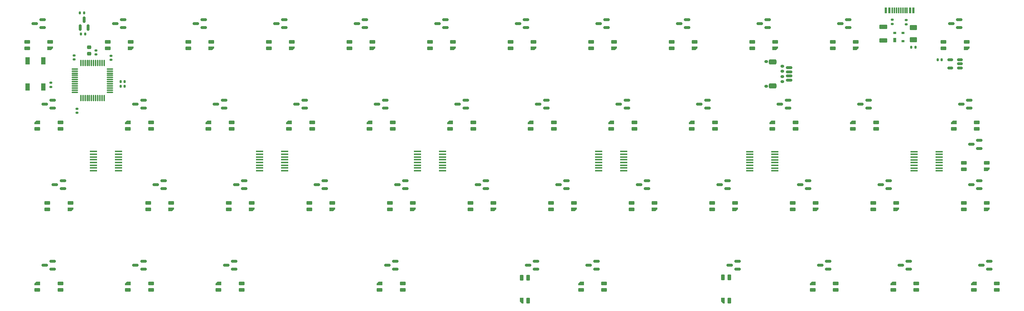
<source format=gbr>
%TF.GenerationSoftware,KiCad,Pcbnew,(7.0.0)*%
%TF.CreationDate,2023-10-27T13:48:32+02:00*%
%TF.ProjectId,vootington VAN,766f6f74-696e-4677-946f-6e2056414e2e,rev?*%
%TF.SameCoordinates,Original*%
%TF.FileFunction,Paste,Bot*%
%TF.FilePolarity,Positive*%
%FSLAX46Y46*%
G04 Gerber Fmt 4.6, Leading zero omitted, Abs format (unit mm)*
G04 Created by KiCad (PCBNEW (7.0.0)) date 2023-10-27 13:48:32*
%MOMM*%
%LPD*%
G01*
G04 APERTURE LIST*
G04 Aperture macros list*
%AMRoundRect*
0 Rectangle with rounded corners*
0 $1 Rounding radius*
0 $2 $3 $4 $5 $6 $7 $8 $9 X,Y pos of 4 corners*
0 Add a 4 corners polygon primitive as box body*
4,1,4,$2,$3,$4,$5,$6,$7,$8,$9,$2,$3,0*
0 Add four circle primitives for the rounded corners*
1,1,$1+$1,$2,$3*
1,1,$1+$1,$4,$5*
1,1,$1+$1,$6,$7*
1,1,$1+$1,$8,$9*
0 Add four rect primitives between the rounded corners*
20,1,$1+$1,$2,$3,$4,$5,0*
20,1,$1+$1,$4,$5,$6,$7,0*
20,1,$1+$1,$6,$7,$8,$9,0*
20,1,$1+$1,$8,$9,$2,$3,0*%
%AMFreePoly0*
4,1,18,-0.410000,0.593000,-0.403758,0.624380,-0.385983,0.650983,-0.359380,0.668758,-0.328000,0.675000,0.328000,0.675000,0.359380,0.668758,0.385983,0.650983,0.403758,0.624380,0.410000,0.593000,0.410000,-0.593000,0.403758,-0.624380,0.385983,-0.650983,0.359380,-0.668758,0.328000,-0.675000,0.000000,-0.675000,-0.410000,-0.265000,-0.410000,0.593000,-0.410000,0.593000,$1*%
G04 Aperture macros list end*
%ADD10RoundRect,0.082000X-0.328000X-0.593000X0.328000X-0.593000X0.328000X0.593000X-0.328000X0.593000X0*%
%ADD11FreePoly0,0.000000*%
%ADD12RoundRect,0.150000X0.512500X0.150000X-0.512500X0.150000X-0.512500X-0.150000X0.512500X-0.150000X0*%
%ADD13RoundRect,0.150000X0.587500X0.150000X-0.587500X0.150000X-0.587500X-0.150000X0.587500X-0.150000X0*%
%ADD14R,1.778000X0.419100*%
%ADD15RoundRect,0.082000X-0.593000X0.328000X-0.593000X-0.328000X0.593000X-0.328000X0.593000X0.328000X0*%
%ADD16FreePoly0,270.000000*%
%ADD17RoundRect,0.082000X0.593000X-0.328000X0.593000X0.328000X-0.593000X0.328000X-0.593000X-0.328000X0*%
%ADD18FreePoly0,90.000000*%
%ADD19R,1.100000X1.800000*%
%ADD20RoundRect,0.075000X0.662500X0.075000X-0.662500X0.075000X-0.662500X-0.075000X0.662500X-0.075000X0*%
%ADD21RoundRect,0.075000X0.075000X0.662500X-0.075000X0.662500X-0.075000X-0.662500X0.075000X-0.662500X0*%
%ADD22RoundRect,0.140000X0.140000X0.170000X-0.140000X0.170000X-0.140000X-0.170000X0.140000X-0.170000X0*%
%ADD23RoundRect,0.135000X0.185000X-0.135000X0.185000X0.135000X-0.185000X0.135000X-0.185000X-0.135000X0*%
%ADD24RoundRect,0.140000X-0.140000X-0.170000X0.140000X-0.170000X0.140000X0.170000X-0.140000X0.170000X0*%
%ADD25R,0.700000X1.000000*%
%ADD26R,0.700000X0.600000*%
%ADD27RoundRect,0.150000X0.625000X-0.150000X0.625000X0.150000X-0.625000X0.150000X-0.625000X-0.150000X0*%
%ADD28RoundRect,0.250000X0.650000X-0.350000X0.650000X0.350000X-0.650000X0.350000X-0.650000X-0.350000X0*%
%ADD29RoundRect,0.140000X-0.170000X0.140000X-0.170000X-0.140000X0.170000X-0.140000X0.170000X0.140000X0*%
%ADD30RoundRect,0.150000X0.275000X-0.150000X0.275000X0.150000X-0.275000X0.150000X-0.275000X-0.150000X0*%
%ADD31RoundRect,0.175000X0.225000X-0.175000X0.225000X0.175000X-0.225000X0.175000X-0.225000X-0.175000X0*%
%ADD32R,0.600000X1.450000*%
%ADD33R,0.300000X1.450000*%
%ADD34RoundRect,0.140000X0.170000X-0.140000X0.170000X0.140000X-0.170000X0.140000X-0.170000X-0.140000X0*%
%ADD35RoundRect,0.250000X0.700000X-0.275000X0.700000X0.275000X-0.700000X0.275000X-0.700000X-0.275000X0*%
%ADD36RoundRect,0.225000X0.250000X-0.225000X0.250000X0.225000X-0.250000X0.225000X-0.250000X-0.225000X0*%
%ADD37RoundRect,0.150000X0.150000X-0.587500X0.150000X0.587500X-0.150000X0.587500X-0.150000X-0.587500X0*%
%ADD38RoundRect,0.250000X-0.625000X0.375000X-0.625000X-0.375000X0.625000X-0.375000X0.625000X0.375000X0*%
G04 APERTURE END LIST*
D10*
%TO.C,D38*%
X152212750Y-101395000D03*
X150712750Y-101395000D03*
X152212750Y-106845000D03*
D11*
X150712749Y-106844999D03*
%TD*%
D12*
%TO.C,U46*%
X254343750Y-49850000D03*
X254343750Y-50800000D03*
X254343750Y-51750000D03*
X252068750Y-51750000D03*
X252068750Y-49850000D03*
%TD*%
D13*
%TO.C,U45*%
X258906250Y-68900000D03*
X258906250Y-70800000D03*
X257031250Y-69850000D03*
%TD*%
D14*
%TO.C,U53*%
X210569635Y-71563904D03*
X210569635Y-72214144D03*
X210569635Y-72864384D03*
X210569635Y-73514624D03*
X210569635Y-74159784D03*
X210569635Y-74810024D03*
X210569635Y-75460264D03*
X210569635Y-76110504D03*
X204620955Y-76110504D03*
X204620955Y-75460264D03*
X204620955Y-74810024D03*
X204620955Y-74159784D03*
X204620955Y-73514624D03*
X204620955Y-72864384D03*
X204620955Y-72214144D03*
X204620955Y-71563904D03*
%TD*%
D15*
%TO.C,D42*%
X41618750Y-104279000D03*
X41618750Y-102779000D03*
X36168750Y-104279000D03*
D16*
X36168749Y-102778999D03*
%TD*%
D13*
%TO.C,U43*%
X201756250Y-97475000D03*
X201756250Y-99375000D03*
X199881250Y-98425000D03*
%TD*%
D17*
%TO.C,D6*%
X109987500Y-45629000D03*
X109987500Y-47129000D03*
X115437500Y-45629000D03*
D18*
X115437499Y-47128999D03*
%TD*%
D13*
%TO.C,U39*%
X39831250Y-97475000D03*
X39831250Y-99375000D03*
X37956250Y-98425000D03*
%TD*%
D17*
%TO.C,D32*%
X38550000Y-83729000D03*
X38550000Y-85229000D03*
X44000000Y-83729000D03*
D18*
X43999999Y-85228999D03*
%TD*%
D13*
%TO.C,U9*%
X151750000Y-40325000D03*
X151750000Y-42225000D03*
X149875000Y-41275000D03*
%TD*%
D17*
%TO.C,D29*%
X214762500Y-83729000D03*
X214762500Y-85229000D03*
X220212500Y-83729000D03*
D18*
X220212499Y-85228999D03*
%TD*%
D15*
%TO.C,D45*%
X263075000Y-104279000D03*
X263075000Y-102779000D03*
X257625000Y-104279000D03*
D16*
X257624999Y-102778999D03*
%TD*%
D13*
%TO.C,U35*%
X85075000Y-78425000D03*
X85075000Y-80325000D03*
X83200000Y-79375000D03*
%TD*%
%TO.C,U48*%
X120793750Y-97475000D03*
X120793750Y-99375000D03*
X118918750Y-98425000D03*
%TD*%
D19*
%TO.C,SW1*%
X33868749Y-50081249D03*
X33868749Y-56281249D03*
X37568749Y-50081249D03*
X37568749Y-56281249D03*
%TD*%
D20*
%TO.C,U59*%
X53375000Y-52018750D03*
X53375000Y-52518750D03*
X53375000Y-53018750D03*
X53375000Y-53518750D03*
X53375000Y-54018750D03*
X53375000Y-54518750D03*
X53375000Y-55018750D03*
X53375000Y-55518750D03*
X53375000Y-56018750D03*
X53375000Y-56518750D03*
X53375000Y-57018750D03*
X53375000Y-57518750D03*
D21*
X51962500Y-58931250D03*
X51462500Y-58931250D03*
X50962500Y-58931250D03*
X50462500Y-58931250D03*
X49962500Y-58931250D03*
X49462500Y-58931250D03*
X48962500Y-58931250D03*
X48462500Y-58931250D03*
X47962500Y-58931250D03*
X47462500Y-58931250D03*
X46962500Y-58931250D03*
X46462500Y-58931250D03*
D20*
X45050000Y-57518750D03*
X45050000Y-57018750D03*
X45050000Y-56518750D03*
X45050000Y-56018750D03*
X45050000Y-55518750D03*
X45050000Y-55018750D03*
X45050000Y-54518750D03*
X45050000Y-54018750D03*
X45050000Y-53518750D03*
X45050000Y-53018750D03*
X45050000Y-52518750D03*
X45050000Y-52018750D03*
D21*
X46462500Y-50606250D03*
X46962500Y-50606250D03*
X47462500Y-50606250D03*
X47962500Y-50606250D03*
X48462500Y-50606250D03*
X48962500Y-50606250D03*
X49462500Y-50606250D03*
X49962500Y-50606250D03*
X50462500Y-50606250D03*
X50962500Y-50606250D03*
X51462500Y-50606250D03*
X51962500Y-50606250D03*
%TD*%
D17*
%TO.C,D10*%
X186187500Y-45629000D03*
X186187500Y-47129000D03*
X191637500Y-45629000D03*
D18*
X191637499Y-47128999D03*
%TD*%
D22*
%TO.C,C6*%
X243812000Y-46831250D03*
X242852000Y-46831250D03*
%TD*%
D15*
%TO.C,D40*%
X84481250Y-104279000D03*
X84481250Y-102779000D03*
X79031250Y-104279000D03*
D16*
X79031249Y-102778999D03*
%TD*%
D23*
%TO.C,R3*%
X238316089Y-41388126D03*
X238316089Y-40368126D03*
%TD*%
D24*
%TO.C,C29*%
X55866106Y-54997317D03*
X56826106Y-54997317D03*
%TD*%
D15*
%TO.C,D18*%
X63050000Y-66179000D03*
X63050000Y-64679000D03*
X57600000Y-66179000D03*
D16*
X57599999Y-64678999D03*
%TD*%
D15*
%TO.C,D16*%
X101150000Y-66179000D03*
X101150000Y-64679000D03*
X95700000Y-66179000D03*
D16*
X95699999Y-64678999D03*
%TD*%
D13*
%TO.C,U37*%
X199375000Y-78425000D03*
X199375000Y-80325000D03*
X197500000Y-79375000D03*
%TD*%
%TO.C,U18*%
X137462500Y-59375000D03*
X137462500Y-61275000D03*
X135587500Y-60325000D03*
%TD*%
D25*
%TO.C,U58*%
X238903588Y-45199999D03*
D26*
X238903588Y-43499999D03*
X240903588Y-43499999D03*
X240903588Y-45399999D03*
%TD*%
D13*
%TO.C,U11*%
X227950000Y-40325000D03*
X227950000Y-42225000D03*
X226075000Y-41275000D03*
%TD*%
%TO.C,U22*%
X256525000Y-59375000D03*
X256525000Y-61275000D03*
X254650000Y-60325000D03*
%TD*%
%TO.C,U19*%
X156512500Y-59375000D03*
X156512500Y-61275000D03*
X154637500Y-60325000D03*
%TD*%
D24*
%TO.C,C4*%
X46250752Y-38734964D03*
X47210752Y-38734964D03*
%TD*%
%TO.C,C3*%
X249090287Y-49860425D03*
X250050287Y-49860425D03*
%TD*%
D17*
%TO.C,D4*%
X71887500Y-45629000D03*
X71887500Y-47129000D03*
X77337500Y-45629000D03*
D18*
X77337499Y-47128999D03*
%TD*%
D15*
%TO.C,D15*%
X120200000Y-66179000D03*
X120200000Y-64679000D03*
X114750000Y-66179000D03*
D16*
X114749999Y-64678999D03*
%TD*%
D15*
%TO.C,D22*%
X215450000Y-66179000D03*
X215450000Y-64679000D03*
X210000000Y-66179000D03*
D16*
X209999999Y-64678999D03*
%TD*%
D17*
%TO.C,D31*%
X255243750Y-74204000D03*
X255243750Y-75704000D03*
X260693750Y-74204000D03*
D18*
X260693749Y-75703999D03*
%TD*%
D13*
%TO.C,U30*%
X142225000Y-78425000D03*
X142225000Y-80325000D03*
X140350000Y-79375000D03*
%TD*%
D17*
%TO.C,D2*%
X33787500Y-45629000D03*
X33787500Y-47129000D03*
X39237500Y-45629000D03*
D18*
X39237499Y-47128999D03*
%TD*%
D27*
%TO.C,J1*%
X213931250Y-54681250D03*
X213931250Y-53681250D03*
X213931250Y-52681250D03*
X213931250Y-51681250D03*
D28*
X210056250Y-55981250D03*
X210056250Y-50381250D03*
%TD*%
D13*
%TO.C,U8*%
X132700000Y-40325000D03*
X132700000Y-42225000D03*
X130825000Y-41275000D03*
%TD*%
D24*
%TO.C,C11*%
X55859704Y-56073622D03*
X56819704Y-56073622D03*
%TD*%
D13*
%TO.C,U41*%
X154131250Y-97475000D03*
X154131250Y-99375000D03*
X152256250Y-98425000D03*
%TD*%
D23*
%TO.C,R4*%
X241631622Y-41417466D03*
X241631622Y-40397466D03*
%TD*%
D15*
%TO.C,D19*%
X41618750Y-66179000D03*
X41618750Y-64679000D03*
X36168750Y-66179000D03*
D16*
X36168749Y-64678999D03*
%TD*%
D17*
%TO.C,D28*%
X195712500Y-83729000D03*
X195712500Y-85229000D03*
X201162500Y-83729000D03*
D18*
X201162499Y-85228999D03*
%TD*%
D13*
%TO.C,U29*%
X123175000Y-78425000D03*
X123175000Y-80325000D03*
X121300000Y-79375000D03*
%TD*%
D17*
%TO.C,D12*%
X224287500Y-45629000D03*
X224287500Y-47129000D03*
X229737500Y-45629000D03*
D18*
X229737499Y-47128999D03*
%TD*%
D13*
%TO.C,U47*%
X82693750Y-97475000D03*
X82693750Y-99375000D03*
X80818750Y-98425000D03*
%TD*%
D29*
%TO.C,C1*%
X45574303Y-61406884D03*
X45574303Y-62366884D03*
%TD*%
D10*
%TO.C,D48*%
X199825749Y-101338000D03*
X198325749Y-101338000D03*
X199825749Y-106788000D03*
D11*
X198325748Y-106787999D03*
%TD*%
D13*
%TO.C,U32*%
X180325000Y-78425000D03*
X180325000Y-80325000D03*
X178450000Y-79375000D03*
%TD*%
%TO.C,U28*%
X66025000Y-78425000D03*
X66025000Y-80325000D03*
X64150000Y-79375000D03*
%TD*%
D14*
%TO.C,U57*%
X55361839Y-71545449D03*
X55361839Y-72195689D03*
X55361839Y-72845929D03*
X55361839Y-73496169D03*
X55361839Y-74141329D03*
X55361839Y-74791569D03*
X55361839Y-75441809D03*
X55361839Y-76092049D03*
X49413159Y-76092049D03*
X49413159Y-75441809D03*
X49413159Y-74791569D03*
X49413159Y-74141329D03*
X49413159Y-73496169D03*
X49413159Y-72845929D03*
X49413159Y-72195689D03*
X49413159Y-71545449D03*
%TD*%
D13*
%TO.C,U4*%
X37450000Y-40325000D03*
X37450000Y-42225000D03*
X35575000Y-41275000D03*
%TD*%
%TO.C,U33*%
X237475000Y-78425000D03*
X237475000Y-80325000D03*
X235600000Y-79375000D03*
%TD*%
%TO.C,U50*%
X261287500Y-97475000D03*
X261287500Y-99375000D03*
X259412500Y-98425000D03*
%TD*%
%TO.C,U40*%
X61262500Y-97475000D03*
X61262500Y-99375000D03*
X59387500Y-98425000D03*
%TD*%
%TO.C,U7*%
X113650000Y-40325000D03*
X113650000Y-42225000D03*
X111775000Y-41275000D03*
%TD*%
D30*
%TO.C,J3*%
X212325197Y-54981250D03*
X212325197Y-53781250D03*
X212325197Y-52581250D03*
X212325197Y-51381250D03*
D31*
X208550197Y-56131250D03*
X208550197Y-50231250D03*
%TD*%
D13*
%TO.C,U36*%
X104125000Y-78425000D03*
X104125000Y-80325000D03*
X102250000Y-79375000D03*
%TD*%
%TO.C,U5*%
X56500000Y-40325000D03*
X56500000Y-42225000D03*
X54625000Y-41275000D03*
%TD*%
D32*
%TO.C,J2*%
X236843499Y-38176249D03*
X237643499Y-38176249D03*
D33*
X238843499Y-38176249D03*
X239843499Y-38176249D03*
X240343499Y-38176249D03*
X241343499Y-38176249D03*
D32*
X242543499Y-38176249D03*
X243343499Y-38176249D03*
X243343499Y-38176249D03*
X242543499Y-38176249D03*
D33*
X241843499Y-38176249D03*
X240843499Y-38176249D03*
X239343499Y-38176249D03*
X238343499Y-38176249D03*
D32*
X237643499Y-38176249D03*
X236843499Y-38176249D03*
%TD*%
D13*
%TO.C,U10*%
X170800000Y-40325000D03*
X170800000Y-42225000D03*
X168925000Y-41275000D03*
%TD*%
%TO.C,U44*%
X223187500Y-97475000D03*
X223187500Y-99375000D03*
X221312500Y-98425000D03*
%TD*%
D15*
%TO.C,D47*%
X224975000Y-104279000D03*
X224975000Y-102779000D03*
X219525000Y-104279000D03*
D16*
X219524999Y-102778999D03*
%TD*%
D14*
%TO.C,U54*%
X174850885Y-71543434D03*
X174850885Y-72193674D03*
X174850885Y-72843914D03*
X174850885Y-73494154D03*
X174850885Y-74139314D03*
X174850885Y-74789554D03*
X174850885Y-75439794D03*
X174850885Y-76090034D03*
X168902205Y-76090034D03*
X168902205Y-75439794D03*
X168902205Y-74789554D03*
X168902205Y-74139314D03*
X168902205Y-73494154D03*
X168902205Y-72843914D03*
X168902205Y-72193674D03*
X168902205Y-71543434D03*
%TD*%
D17*
%TO.C,D13*%
X250481250Y-45629000D03*
X250481250Y-47129000D03*
X255931250Y-45629000D03*
D18*
X255931249Y-47128999D03*
%TD*%
D15*
%TO.C,D17*%
X82100000Y-66179000D03*
X82100000Y-64679000D03*
X76650000Y-66179000D03*
D16*
X76649999Y-64678999D03*
%TD*%
D13*
%TO.C,U16*%
X61262500Y-59375000D03*
X61262500Y-61275000D03*
X59387500Y-60325000D03*
%TD*%
%TO.C,U23*%
X80312500Y-59375000D03*
X80312500Y-61275000D03*
X78437500Y-60325000D03*
%TD*%
D34*
%TO.C,C2*%
X44848806Y-49792201D03*
X44848806Y-48832201D03*
%TD*%
D15*
%TO.C,D21*%
X234500000Y-66179000D03*
X234500000Y-64679000D03*
X229050000Y-66179000D03*
D16*
X229049999Y-64678999D03*
%TD*%
D13*
%TO.C,U17*%
X118412500Y-59375000D03*
X118412500Y-61275000D03*
X116537500Y-60325000D03*
%TD*%
D34*
%TO.C,C10*%
X50006250Y-48582962D03*
X50006250Y-47622962D03*
%TD*%
D13*
%TO.C,U20*%
X175562500Y-59375000D03*
X175562500Y-61275000D03*
X173687500Y-60325000D03*
%TD*%
D22*
%TO.C,C5*%
X47456127Y-43770976D03*
X46496127Y-43770976D03*
%TD*%
D17*
%TO.C,D11*%
X205237500Y-45629000D03*
X205237500Y-47129000D03*
X210687500Y-45629000D03*
D18*
X210687499Y-47128999D03*
%TD*%
D23*
%TO.C,R5*%
X39379783Y-56280538D03*
X39379783Y-55260538D03*
%TD*%
D17*
%TO.C,D7*%
X129037500Y-45629000D03*
X129037500Y-47129000D03*
X134487500Y-45629000D03*
D18*
X134487499Y-47128999D03*
%TD*%
D15*
%TO.C,D25*%
X158300000Y-66179000D03*
X158300000Y-64679000D03*
X152850000Y-66179000D03*
D16*
X152849999Y-64678999D03*
%TD*%
D17*
%TO.C,D35*%
X100462500Y-83729000D03*
X100462500Y-85229000D03*
X105912500Y-83729000D03*
D18*
X105912499Y-85228999D03*
%TD*%
D17*
%TO.C,D30*%
X233812500Y-83729000D03*
X233812500Y-85229000D03*
X239262500Y-83729000D03*
D18*
X239262499Y-85228999D03*
%TD*%
D17*
%TO.C,D5*%
X90937500Y-45629000D03*
X90937500Y-47129000D03*
X96387500Y-45629000D03*
D18*
X96387499Y-47128999D03*
%TD*%
D14*
%TO.C,U51*%
X249463385Y-71563904D03*
X249463385Y-72214144D03*
X249463385Y-72864384D03*
X249463385Y-73514624D03*
X249463385Y-74159784D03*
X249463385Y-74810024D03*
X249463385Y-75460264D03*
X249463385Y-76110504D03*
X243514705Y-76110504D03*
X243514705Y-75460264D03*
X243514705Y-74810024D03*
X243514705Y-74159784D03*
X243514705Y-73514624D03*
X243514705Y-72864384D03*
X243514705Y-72214144D03*
X243514705Y-71563904D03*
%TD*%
D35*
%TO.C,L1*%
X236188250Y-45237500D03*
X236188250Y-42087500D03*
%TD*%
D15*
%TO.C,D46*%
X244025000Y-104279000D03*
X244025000Y-102779000D03*
X238575000Y-104279000D03*
D16*
X238574999Y-102778999D03*
%TD*%
D17*
%TO.C,D34*%
X81412500Y-83729000D03*
X81412500Y-85229000D03*
X86862500Y-83729000D03*
D18*
X86862499Y-85228999D03*
%TD*%
D17*
%TO.C,D44*%
X255243750Y-83729000D03*
X255243750Y-85229000D03*
X260693750Y-83729000D03*
D18*
X260693749Y-85228999D03*
%TD*%
D17*
%TO.C,D26*%
X157612500Y-83729000D03*
X157612500Y-85229000D03*
X163062500Y-83729000D03*
D18*
X163062499Y-85228999D03*
%TD*%
D34*
%TO.C,C12*%
X53577271Y-49854806D03*
X53577271Y-48894806D03*
%TD*%
D17*
%TO.C,D37*%
X138562500Y-83729000D03*
X138562500Y-85229000D03*
X144012500Y-83729000D03*
D18*
X144012499Y-85228999D03*
%TD*%
D13*
%TO.C,U15*%
X39831250Y-59375000D03*
X39831250Y-61275000D03*
X37956250Y-60325000D03*
%TD*%
%TO.C,U6*%
X94600000Y-40325000D03*
X94600000Y-42225000D03*
X92725000Y-41275000D03*
%TD*%
%TO.C,U13*%
X189850000Y-40325000D03*
X189850000Y-42225000D03*
X187975000Y-41275000D03*
%TD*%
%TO.C,U49*%
X242237500Y-97475000D03*
X242237500Y-99375000D03*
X240362500Y-98425000D03*
%TD*%
D17*
%TO.C,D9*%
X167137500Y-45629000D03*
X167137500Y-47129000D03*
X172587500Y-45629000D03*
D18*
X172587499Y-47128999D03*
%TD*%
D13*
%TO.C,U21*%
X232712500Y-59375000D03*
X232712500Y-61275000D03*
X230837500Y-60325000D03*
%TD*%
%TO.C,U24*%
X99362500Y-59375000D03*
X99362500Y-61275000D03*
X97487500Y-60325000D03*
%TD*%
%TO.C,U42*%
X168418750Y-97475000D03*
X168418750Y-99375000D03*
X166543750Y-98425000D03*
%TD*%
D15*
%TO.C,D14*%
X139250000Y-66179000D03*
X139250000Y-64679000D03*
X133800000Y-66179000D03*
D16*
X133799999Y-64678999D03*
%TD*%
D13*
%TO.C,U38*%
X218425000Y-78425000D03*
X218425000Y-80325000D03*
X216550000Y-79375000D03*
%TD*%
%TO.C,U12*%
X254143750Y-40325000D03*
X254143750Y-42225000D03*
X252268750Y-41275000D03*
%TD*%
D17*
%TO.C,D8*%
X148087500Y-45629000D03*
X148087500Y-47129000D03*
X153537500Y-45629000D03*
D18*
X153537499Y-47128999D03*
%TD*%
D13*
%TO.C,U26*%
X213662500Y-59375000D03*
X213662500Y-61275000D03*
X211787500Y-60325000D03*
%TD*%
D15*
%TO.C,D20*%
X258312500Y-66179000D03*
X258312500Y-64679000D03*
X252862500Y-66179000D03*
D16*
X252862499Y-64678999D03*
%TD*%
D15*
%TO.C,D24*%
X177350000Y-66179000D03*
X177350000Y-64679000D03*
X171900000Y-66179000D03*
D16*
X171899999Y-64678999D03*
%TD*%
D36*
%TO.C,C13*%
X48418750Y-48400000D03*
X48418750Y-46850000D03*
%TD*%
D17*
%TO.C,D36*%
X119512500Y-83729000D03*
X119512500Y-85229000D03*
X124962500Y-83729000D03*
D18*
X124962499Y-85228999D03*
%TD*%
D13*
%TO.C,U25*%
X194612500Y-59375000D03*
X194612500Y-61275000D03*
X192737500Y-60325000D03*
%TD*%
%TO.C,U31*%
X161275000Y-78425000D03*
X161275000Y-80325000D03*
X159400000Y-79375000D03*
%TD*%
%TO.C,U27*%
X42212500Y-78425000D03*
X42212500Y-80325000D03*
X40337500Y-79375000D03*
%TD*%
D14*
%TO.C,U56*%
X94682135Y-71545449D03*
X94682135Y-72195689D03*
X94682135Y-72845929D03*
X94682135Y-73496169D03*
X94682135Y-74141329D03*
X94682135Y-74791569D03*
X94682135Y-75441809D03*
X94682135Y-76092049D03*
X88733455Y-76092049D03*
X88733455Y-75441809D03*
X88733455Y-74791569D03*
X88733455Y-74141329D03*
X88733455Y-73496169D03*
X88733455Y-72845929D03*
X88733455Y-72195689D03*
X88733455Y-71545449D03*
%TD*%
D13*
%TO.C,U34*%
X258906250Y-78425000D03*
X258906250Y-80325000D03*
X257031250Y-79375000D03*
%TD*%
D14*
%TO.C,U55*%
X131988385Y-71543434D03*
X131988385Y-72193674D03*
X131988385Y-72843914D03*
X131988385Y-73494154D03*
X131988385Y-74139314D03*
X131988385Y-74789554D03*
X131988385Y-75439794D03*
X131988385Y-76090034D03*
X126039705Y-76090034D03*
X126039705Y-75439794D03*
X126039705Y-74789554D03*
X126039705Y-74139314D03*
X126039705Y-73494154D03*
X126039705Y-72843914D03*
X126039705Y-72193674D03*
X126039705Y-71543434D03*
%TD*%
D13*
%TO.C,U14*%
X208900000Y-40325000D03*
X208900000Y-42225000D03*
X207025000Y-41275000D03*
%TD*%
D37*
%TO.C,U52*%
X48187212Y-42224904D03*
X46287212Y-42224904D03*
X47237212Y-40349904D03*
%TD*%
D15*
%TO.C,D49*%
X170206250Y-104279000D03*
X170206250Y-102779000D03*
X164756250Y-104279000D03*
D16*
X164756249Y-102778999D03*
%TD*%
D38*
%TO.C,F2*%
X243332000Y-42256250D03*
X243332000Y-45056250D03*
%TD*%
D17*
%TO.C,D3*%
X52837500Y-45629000D03*
X52837500Y-47129000D03*
X58287500Y-45629000D03*
D18*
X58287499Y-47128999D03*
%TD*%
D13*
%TO.C,U2*%
X75550000Y-40325000D03*
X75550000Y-42225000D03*
X73675000Y-41275000D03*
%TD*%
D17*
%TO.C,D27*%
X176662500Y-83729000D03*
X176662500Y-85229000D03*
X182112500Y-83729000D03*
D18*
X182112499Y-85228999D03*
%TD*%
D17*
%TO.C,D33*%
X62362500Y-83729000D03*
X62362500Y-85229000D03*
X67812500Y-83729000D03*
D18*
X67812499Y-85228999D03*
%TD*%
D15*
%TO.C,D41*%
X63050000Y-104279000D03*
X63050000Y-102779000D03*
X57600000Y-104279000D03*
D16*
X57599999Y-102778999D03*
%TD*%
D15*
%TO.C,D23*%
X196400000Y-66179000D03*
X196400000Y-64679000D03*
X190950000Y-66179000D03*
D16*
X190949999Y-64678999D03*
%TD*%
D15*
%TO.C,D39*%
X122581250Y-104279000D03*
X122581250Y-102779000D03*
X117131250Y-104279000D03*
D16*
X117131249Y-102778999D03*
%TD*%
M02*

</source>
